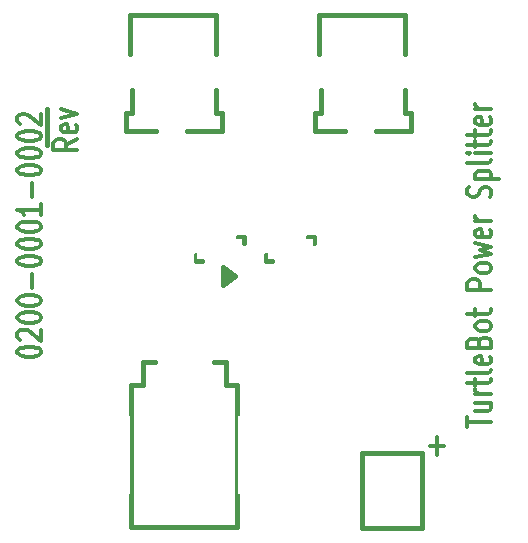
<source format=gto>
G04 (created by PCBNEW-RS274X (2011-nov-30)-testing) date Sat 17 Mar 2012 04:30:22 PM EDT*
G01*
G70*
G90*
%MOIN*%
G04 Gerber Fmt 3.4, Leading zero omitted, Abs format*
%FSLAX34Y34*%
G04 APERTURE LIST*
%ADD10C,0.006000*%
%ADD11C,0.015000*%
%ADD12C,0.012000*%
%ADD13C,0.002600*%
%ADD14C,0.002000*%
%ADD15C,0.004000*%
%ADD16C,0.005000*%
%ADD17C,0.010000*%
%ADD18R,0.067200X0.067200*%
%ADD19R,0.080000X0.080000*%
%ADD20C,0.080000*%
%ADD21R,0.149900X0.193200*%
%ADD22R,0.173500X0.264100*%
%ADD23C,0.100000*%
%ADD24C,0.180000*%
%ADD25R,0.070000X0.135000*%
%ADD26R,0.155000X0.085000*%
G04 APERTURE END LIST*
G54D10*
G54D11*
X01500Y13000D02*
X01500Y14200D01*
G54D12*
X02524Y13201D02*
X02143Y13001D01*
X02524Y12858D02*
X01724Y12858D01*
X01724Y13086D01*
X01762Y13144D01*
X01800Y13172D01*
X01876Y13201D01*
X01990Y13201D01*
X02067Y13172D01*
X02105Y13144D01*
X02143Y13086D01*
X02143Y12858D01*
X02486Y13686D02*
X02524Y13629D01*
X02524Y13515D01*
X02486Y13458D01*
X02410Y13429D01*
X02105Y13429D01*
X02029Y13458D01*
X01990Y13515D01*
X01990Y13629D01*
X02029Y13686D01*
X02105Y13715D01*
X02181Y13715D01*
X02257Y13429D01*
X01990Y13915D02*
X02524Y14058D01*
X01990Y14200D01*
X00524Y06088D02*
X00524Y06145D01*
X00562Y06202D01*
X00600Y06231D01*
X00676Y06260D01*
X00829Y06288D01*
X01019Y06288D01*
X01171Y06260D01*
X01248Y06231D01*
X01286Y06202D01*
X01324Y06145D01*
X01324Y06088D01*
X01286Y06031D01*
X01248Y06002D01*
X01171Y05974D01*
X01019Y05945D01*
X00829Y05945D01*
X00676Y05974D01*
X00600Y06002D01*
X00562Y06031D01*
X00524Y06088D01*
X00600Y06516D02*
X00562Y06545D01*
X00524Y06602D01*
X00524Y06745D01*
X00562Y06802D01*
X00600Y06831D01*
X00676Y06859D01*
X00752Y06859D01*
X00867Y06831D01*
X01324Y06488D01*
X01324Y06859D01*
X00524Y07230D02*
X00524Y07287D01*
X00562Y07344D01*
X00600Y07373D01*
X00676Y07402D01*
X00829Y07430D01*
X01019Y07430D01*
X01171Y07402D01*
X01248Y07373D01*
X01286Y07344D01*
X01324Y07287D01*
X01324Y07230D01*
X01286Y07173D01*
X01248Y07144D01*
X01171Y07116D01*
X01019Y07087D01*
X00829Y07087D01*
X00676Y07116D01*
X00600Y07144D01*
X00562Y07173D01*
X00524Y07230D01*
X00524Y07801D02*
X00524Y07858D01*
X00562Y07915D01*
X00600Y07944D01*
X00676Y07973D01*
X00829Y08001D01*
X01019Y08001D01*
X01171Y07973D01*
X01248Y07944D01*
X01286Y07915D01*
X01324Y07858D01*
X01324Y07801D01*
X01286Y07744D01*
X01248Y07715D01*
X01171Y07687D01*
X01019Y07658D01*
X00829Y07658D01*
X00676Y07687D01*
X00600Y07715D01*
X00562Y07744D01*
X00524Y07801D01*
X01019Y08258D02*
X01019Y08715D01*
X00524Y09115D02*
X00524Y09172D01*
X00562Y09229D01*
X00600Y09258D01*
X00676Y09287D01*
X00829Y09315D01*
X01019Y09315D01*
X01171Y09287D01*
X01248Y09258D01*
X01286Y09229D01*
X01324Y09172D01*
X01324Y09115D01*
X01286Y09058D01*
X01248Y09029D01*
X01171Y09001D01*
X01019Y08972D01*
X00829Y08972D01*
X00676Y09001D01*
X00600Y09029D01*
X00562Y09058D01*
X00524Y09115D01*
X00524Y09686D02*
X00524Y09743D01*
X00562Y09800D01*
X00600Y09829D01*
X00676Y09858D01*
X00829Y09886D01*
X01019Y09886D01*
X01171Y09858D01*
X01248Y09829D01*
X01286Y09800D01*
X01324Y09743D01*
X01324Y09686D01*
X01286Y09629D01*
X01248Y09600D01*
X01171Y09572D01*
X01019Y09543D01*
X00829Y09543D01*
X00676Y09572D01*
X00600Y09600D01*
X00562Y09629D01*
X00524Y09686D01*
X00524Y10257D02*
X00524Y10314D01*
X00562Y10371D01*
X00600Y10400D01*
X00676Y10429D01*
X00829Y10457D01*
X01019Y10457D01*
X01171Y10429D01*
X01248Y10400D01*
X01286Y10371D01*
X01324Y10314D01*
X01324Y10257D01*
X01286Y10200D01*
X01248Y10171D01*
X01171Y10143D01*
X01019Y10114D01*
X00829Y10114D01*
X00676Y10143D01*
X00600Y10171D01*
X00562Y10200D01*
X00524Y10257D01*
X01324Y11028D02*
X01324Y10685D01*
X01324Y10857D02*
X00524Y10857D01*
X00638Y10800D01*
X00714Y10742D01*
X00752Y10685D01*
X01019Y11285D02*
X01019Y11742D01*
X00524Y12142D02*
X00524Y12199D01*
X00562Y12256D01*
X00600Y12285D01*
X00676Y12314D01*
X00829Y12342D01*
X01019Y12342D01*
X01171Y12314D01*
X01248Y12285D01*
X01286Y12256D01*
X01324Y12199D01*
X01324Y12142D01*
X01286Y12085D01*
X01248Y12056D01*
X01171Y12028D01*
X01019Y11999D01*
X00829Y11999D01*
X00676Y12028D01*
X00600Y12056D01*
X00562Y12085D01*
X00524Y12142D01*
X00524Y12713D02*
X00524Y12770D01*
X00562Y12827D01*
X00600Y12856D01*
X00676Y12885D01*
X00829Y12913D01*
X01019Y12913D01*
X01171Y12885D01*
X01248Y12856D01*
X01286Y12827D01*
X01324Y12770D01*
X01324Y12713D01*
X01286Y12656D01*
X01248Y12627D01*
X01171Y12599D01*
X01019Y12570D01*
X00829Y12570D01*
X00676Y12599D01*
X00600Y12627D01*
X00562Y12656D01*
X00524Y12713D01*
X00524Y13284D02*
X00524Y13341D01*
X00562Y13398D01*
X00600Y13427D01*
X00676Y13456D01*
X00829Y13484D01*
X01019Y13484D01*
X01171Y13456D01*
X01248Y13427D01*
X01286Y13398D01*
X01324Y13341D01*
X01324Y13284D01*
X01286Y13227D01*
X01248Y13198D01*
X01171Y13170D01*
X01019Y13141D01*
X00829Y13141D01*
X00676Y13170D01*
X00600Y13198D01*
X00562Y13227D01*
X00524Y13284D01*
X00600Y13712D02*
X00562Y13741D01*
X00524Y13798D01*
X00524Y13941D01*
X00562Y13998D01*
X00600Y14027D01*
X00676Y14055D01*
X00752Y14055D01*
X00867Y14027D01*
X01324Y13684D01*
X01324Y14055D01*
X15524Y03615D02*
X15524Y03958D01*
X16324Y03787D02*
X15524Y03787D01*
X15790Y04415D02*
X16324Y04415D01*
X15790Y04158D02*
X16210Y04158D01*
X16286Y04186D01*
X16324Y04244D01*
X16324Y04329D01*
X16286Y04386D01*
X16248Y04415D01*
X16324Y04701D02*
X15790Y04701D01*
X15943Y04701D02*
X15867Y04729D01*
X15829Y04758D01*
X15790Y04815D01*
X15790Y04872D01*
X15790Y04986D02*
X15790Y05215D01*
X15524Y05072D02*
X16210Y05072D01*
X16286Y05100D01*
X16324Y05158D01*
X16324Y05215D01*
X16324Y05501D02*
X16286Y05443D01*
X16210Y05415D01*
X15524Y05415D01*
X16286Y05957D02*
X16324Y05900D01*
X16324Y05786D01*
X16286Y05729D01*
X16210Y05700D01*
X15905Y05700D01*
X15829Y05729D01*
X15790Y05786D01*
X15790Y05900D01*
X15829Y05957D01*
X15905Y05986D01*
X15981Y05986D01*
X16057Y05700D01*
X15905Y06443D02*
X15943Y06529D01*
X15981Y06557D01*
X16057Y06586D01*
X16171Y06586D01*
X16248Y06557D01*
X16286Y06529D01*
X16324Y06471D01*
X16324Y06243D01*
X15524Y06243D01*
X15524Y06443D01*
X15562Y06500D01*
X15600Y06529D01*
X15676Y06557D01*
X15752Y06557D01*
X15829Y06529D01*
X15867Y06500D01*
X15905Y06443D01*
X15905Y06243D01*
X16324Y06929D02*
X16286Y06871D01*
X16248Y06843D01*
X16171Y06814D01*
X15943Y06814D01*
X15867Y06843D01*
X15829Y06871D01*
X15790Y06929D01*
X15790Y07014D01*
X15829Y07071D01*
X15867Y07100D01*
X15943Y07129D01*
X16171Y07129D01*
X16248Y07100D01*
X16286Y07071D01*
X16324Y07014D01*
X16324Y06929D01*
X15790Y07300D02*
X15790Y07529D01*
X15524Y07386D02*
X16210Y07386D01*
X16286Y07414D01*
X16324Y07472D01*
X16324Y07529D01*
X16324Y08186D02*
X15524Y08186D01*
X15524Y08414D01*
X15562Y08472D01*
X15600Y08500D01*
X15676Y08529D01*
X15790Y08529D01*
X15867Y08500D01*
X15905Y08472D01*
X15943Y08414D01*
X15943Y08186D01*
X16324Y08872D02*
X16286Y08814D01*
X16248Y08786D01*
X16171Y08757D01*
X15943Y08757D01*
X15867Y08786D01*
X15829Y08814D01*
X15790Y08872D01*
X15790Y08957D01*
X15829Y09014D01*
X15867Y09043D01*
X15943Y09072D01*
X16171Y09072D01*
X16248Y09043D01*
X16286Y09014D01*
X16324Y08957D01*
X16324Y08872D01*
X15790Y09272D02*
X16324Y09386D01*
X15943Y09500D01*
X16324Y09615D01*
X15790Y09729D01*
X16286Y10186D02*
X16324Y10129D01*
X16324Y10015D01*
X16286Y09958D01*
X16210Y09929D01*
X15905Y09929D01*
X15829Y09958D01*
X15790Y10015D01*
X15790Y10129D01*
X15829Y10186D01*
X15905Y10215D01*
X15981Y10215D01*
X16057Y09929D01*
X16324Y10472D02*
X15790Y10472D01*
X15943Y10472D02*
X15867Y10500D01*
X15829Y10529D01*
X15790Y10586D01*
X15790Y10643D01*
X16286Y11271D02*
X16324Y11357D01*
X16324Y11500D01*
X16286Y11557D01*
X16248Y11586D01*
X16171Y11614D01*
X16095Y11614D01*
X16019Y11586D01*
X15981Y11557D01*
X15943Y11500D01*
X15905Y11386D01*
X15867Y11328D01*
X15829Y11300D01*
X15752Y11271D01*
X15676Y11271D01*
X15600Y11300D01*
X15562Y11328D01*
X15524Y11386D01*
X15524Y11528D01*
X15562Y11614D01*
X15790Y11871D02*
X16590Y11871D01*
X15829Y11871D02*
X15790Y11928D01*
X15790Y12042D01*
X15829Y12099D01*
X15867Y12128D01*
X15943Y12157D01*
X16171Y12157D01*
X16248Y12128D01*
X16286Y12099D01*
X16324Y12042D01*
X16324Y11928D01*
X16286Y11871D01*
X16324Y12500D02*
X16286Y12442D01*
X16210Y12414D01*
X15524Y12414D01*
X16324Y12728D02*
X15790Y12728D01*
X15524Y12728D02*
X15562Y12699D01*
X15600Y12728D01*
X15562Y12756D01*
X15524Y12728D01*
X15600Y12728D01*
X15790Y12928D02*
X15790Y13157D01*
X15524Y13014D02*
X16210Y13014D01*
X16286Y13042D01*
X16324Y13100D01*
X16324Y13157D01*
X15790Y13271D02*
X15790Y13500D01*
X15524Y13357D02*
X16210Y13357D01*
X16286Y13385D01*
X16324Y13443D01*
X16324Y13500D01*
X16286Y13928D02*
X16324Y13871D01*
X16324Y13757D01*
X16286Y13700D01*
X16210Y13671D01*
X15905Y13671D01*
X15829Y13700D01*
X15790Y13757D01*
X15790Y13871D01*
X15829Y13928D01*
X15905Y13957D01*
X15981Y13957D01*
X16057Y13671D01*
X16324Y14214D02*
X15790Y14214D01*
X15943Y14214D02*
X15867Y14242D01*
X15829Y14271D01*
X15790Y14328D01*
X15790Y14385D01*
X14272Y02981D02*
X14729Y02981D01*
X14500Y02676D02*
X14500Y03286D01*
G54D11*
X07364Y08955D02*
X07764Y08655D01*
X07764Y08655D02*
X07364Y08355D01*
X07364Y08355D02*
X07364Y08955D01*
X07364Y08955D02*
X07464Y08555D01*
X07464Y08555D02*
X07564Y08655D01*
X07564Y08655D02*
X07464Y08755D01*
X07864Y09955D02*
X08064Y09955D01*
X08064Y09955D02*
X08064Y09755D01*
X06464Y09355D02*
X06464Y09155D01*
X06464Y09155D02*
X06664Y09155D01*
G54D13*
X07460Y09437D02*
X07460Y09309D01*
X07460Y09309D02*
X07657Y09309D01*
X07657Y09437D02*
X07657Y09309D01*
X07460Y09437D02*
X07657Y09437D01*
X07460Y09682D02*
X07460Y09623D01*
X07460Y09623D02*
X07559Y09623D01*
X07559Y09682D02*
X07559Y09623D01*
X07460Y09682D02*
X07559Y09682D01*
X07460Y09487D02*
X07460Y09428D01*
X07460Y09428D02*
X07559Y09428D01*
X07559Y09487D02*
X07559Y09428D01*
X07460Y09487D02*
X07559Y09487D01*
X07460Y09633D02*
X07460Y09477D01*
X07460Y09477D02*
X07529Y09477D01*
X07529Y09633D02*
X07529Y09477D01*
X07460Y09633D02*
X07529Y09633D01*
X06871Y09437D02*
X06871Y09309D01*
X06871Y09309D02*
X07068Y09309D01*
X06871Y09437D02*
X07068Y09437D01*
X06871Y09801D02*
X06871Y09673D01*
X06871Y09673D02*
X07068Y09673D01*
X07068Y09801D02*
X07068Y09673D01*
X06969Y09487D02*
X06969Y09428D01*
X06969Y09428D02*
X07068Y09428D01*
X07068Y09487D02*
X07068Y09428D01*
X06969Y09487D02*
X07068Y09487D01*
X06969Y09682D02*
X06969Y09623D01*
X06969Y09623D02*
X07068Y09623D01*
X07068Y09682D02*
X07068Y09623D01*
X06969Y09682D02*
X07068Y09682D01*
X06999Y09633D02*
X06999Y09477D01*
X06999Y09477D02*
X07068Y09477D01*
X07068Y09633D02*
X07068Y09477D01*
X06999Y09633D02*
X07068Y09633D01*
X07460Y09791D02*
X07460Y09673D01*
X07460Y09673D02*
X07578Y09673D01*
X07578Y09791D02*
X07578Y09673D01*
X07460Y09791D02*
X07578Y09791D01*
X07628Y09801D02*
X07628Y09712D01*
X07628Y09712D02*
X07657Y09712D01*
X07657Y09801D02*
X07657Y09712D01*
X07628Y09801D02*
X07657Y09801D01*
G54D14*
X07626Y09732D02*
X07625Y09727D01*
X07623Y09722D01*
X07621Y09717D01*
X07617Y09713D01*
X07613Y09709D01*
X07608Y09707D01*
X07603Y09705D01*
X07598Y09705D01*
X07593Y09705D01*
X07588Y09707D01*
X07583Y09709D01*
X07579Y09712D01*
X07575Y09717D01*
X07573Y09721D01*
X07571Y09727D01*
X07571Y09732D01*
X07571Y09737D01*
X07572Y09742D01*
X07575Y09747D01*
X07578Y09751D01*
X07583Y09754D01*
X07587Y09757D01*
X07592Y09759D01*
X07598Y09759D01*
X07602Y09759D01*
X07608Y09758D01*
X07613Y09755D01*
X07617Y09752D01*
X07620Y09748D01*
X07623Y09743D01*
X07625Y09738D01*
X07625Y09732D01*
X07626Y09732D01*
G54D15*
X07657Y09692D02*
X07646Y09691D01*
X07634Y09689D01*
X07622Y09687D01*
X07611Y09683D01*
X07600Y09679D01*
X07589Y09673D01*
X07579Y09667D01*
X07569Y09659D01*
X07561Y09651D01*
X07553Y09643D01*
X07545Y09633D01*
X07539Y09623D01*
X07533Y09612D01*
X07529Y09601D01*
X07525Y09590D01*
X07523Y09578D01*
X07521Y09566D01*
X07520Y09555D01*
X07521Y09544D01*
X07523Y09532D01*
X07525Y09520D01*
X07529Y09509D01*
X07533Y09498D01*
X07539Y09487D01*
X07545Y09477D01*
X07553Y09467D01*
X07561Y09459D01*
X07569Y09451D01*
X07579Y09443D01*
X07589Y09437D01*
X07600Y09431D01*
X07611Y09427D01*
X07622Y09423D01*
X07634Y09421D01*
X07646Y09419D01*
X07657Y09418D01*
X06871Y09418D02*
X06882Y09419D01*
X06894Y09421D01*
X06906Y09423D01*
X06917Y09427D01*
X06928Y09431D01*
X06939Y09437D01*
X06949Y09443D01*
X06959Y09451D01*
X06967Y09459D01*
X06975Y09467D01*
X06983Y09477D01*
X06989Y09487D01*
X06995Y09498D01*
X06999Y09509D01*
X07003Y09520D01*
X07005Y09532D01*
X07007Y09544D01*
X07008Y09555D01*
X07007Y09566D01*
X07005Y09578D01*
X07003Y09590D01*
X06999Y09601D01*
X06995Y09612D01*
X06989Y09623D01*
X06983Y09633D01*
X06975Y09643D01*
X06967Y09651D01*
X06959Y09659D01*
X06949Y09667D01*
X06939Y09673D01*
X06928Y09679D01*
X06917Y09683D01*
X06906Y09687D01*
X06894Y09689D01*
X06882Y09691D01*
X06871Y09692D01*
G54D11*
X10226Y09955D02*
X10426Y09955D01*
X10426Y09955D02*
X10426Y09755D01*
X08826Y09355D02*
X08826Y09155D01*
X08826Y09155D02*
X09026Y09155D01*
G54D13*
X09822Y09437D02*
X09822Y09309D01*
X09822Y09309D02*
X10019Y09309D01*
X10019Y09437D02*
X10019Y09309D01*
X09822Y09437D02*
X10019Y09437D01*
X09822Y09682D02*
X09822Y09623D01*
X09822Y09623D02*
X09921Y09623D01*
X09921Y09682D02*
X09921Y09623D01*
X09822Y09682D02*
X09921Y09682D01*
X09822Y09487D02*
X09822Y09428D01*
X09822Y09428D02*
X09921Y09428D01*
X09921Y09487D02*
X09921Y09428D01*
X09822Y09487D02*
X09921Y09487D01*
X09822Y09633D02*
X09822Y09477D01*
X09822Y09477D02*
X09891Y09477D01*
X09891Y09633D02*
X09891Y09477D01*
X09822Y09633D02*
X09891Y09633D01*
X09233Y09437D02*
X09233Y09309D01*
X09233Y09309D02*
X09430Y09309D01*
X09233Y09437D02*
X09430Y09437D01*
X09233Y09801D02*
X09233Y09673D01*
X09233Y09673D02*
X09430Y09673D01*
X09430Y09801D02*
X09430Y09673D01*
X09233Y09801D02*
X09430Y09801D01*
X09331Y09487D02*
X09331Y09428D01*
X09331Y09428D02*
X09430Y09428D01*
X09430Y09487D02*
X09430Y09428D01*
X09331Y09487D02*
X09430Y09487D01*
X09331Y09682D02*
X09331Y09623D01*
X09331Y09623D02*
X09430Y09623D01*
X09430Y09682D02*
X09430Y09623D01*
X09331Y09682D02*
X09430Y09682D01*
X09361Y09633D02*
X09361Y09477D01*
X09361Y09477D02*
X09430Y09477D01*
X09430Y09633D02*
X09430Y09477D01*
X09361Y09633D02*
X09430Y09633D01*
X09822Y09791D02*
X09822Y09673D01*
X09822Y09673D02*
X09940Y09673D01*
X09940Y09791D02*
X09940Y09673D01*
X09822Y09791D02*
X09940Y09791D01*
X09990Y09801D02*
X09990Y09712D01*
X09990Y09712D02*
X10019Y09712D01*
X10019Y09801D02*
X10019Y09712D01*
X09990Y09801D02*
X10019Y09801D01*
G54D14*
X09988Y09732D02*
X09987Y09727D01*
X09985Y09722D01*
X09983Y09717D01*
X09979Y09713D01*
X09975Y09709D01*
X09970Y09707D01*
X09965Y09705D01*
X09960Y09705D01*
X09955Y09705D01*
X09950Y09707D01*
X09945Y09709D01*
X09941Y09712D01*
X09937Y09717D01*
X09935Y09721D01*
X09933Y09727D01*
X09933Y09732D01*
X09933Y09737D01*
X09934Y09742D01*
X09937Y09747D01*
X09940Y09751D01*
X09945Y09754D01*
X09949Y09757D01*
X09954Y09759D01*
X09960Y09759D01*
X09964Y09759D01*
X09970Y09758D01*
X09975Y09755D01*
X09979Y09752D01*
X09982Y09748D01*
X09985Y09743D01*
X09987Y09738D01*
X09987Y09732D01*
X09988Y09732D01*
G54D15*
X10019Y09692D02*
X10008Y09691D01*
X09996Y09689D01*
X09984Y09687D01*
X09973Y09683D01*
X09962Y09679D01*
X09951Y09673D01*
X09941Y09667D01*
X09931Y09659D01*
X09923Y09651D01*
X09915Y09643D01*
X09907Y09633D01*
X09901Y09623D01*
X09895Y09612D01*
X09891Y09601D01*
X09887Y09590D01*
X09885Y09578D01*
X09883Y09566D01*
X09882Y09555D01*
X09883Y09544D01*
X09885Y09532D01*
X09887Y09520D01*
X09891Y09509D01*
X09895Y09498D01*
X09901Y09487D01*
X09907Y09477D01*
X09915Y09467D01*
X09923Y09459D01*
X09931Y09451D01*
X09941Y09443D01*
X09951Y09437D01*
X09962Y09431D01*
X09973Y09427D01*
X09984Y09423D01*
X09996Y09421D01*
X10008Y09419D01*
X10019Y09418D01*
X09233Y09418D02*
X09244Y09419D01*
X09256Y09421D01*
X09268Y09423D01*
X09279Y09427D01*
X09290Y09431D01*
X09301Y09437D01*
X09311Y09443D01*
X09321Y09451D01*
X09329Y09459D01*
X09337Y09467D01*
X09345Y09477D01*
X09351Y09487D01*
X09357Y09498D01*
X09361Y09509D01*
X09365Y09520D01*
X09367Y09532D01*
X09369Y09544D01*
X09370Y09555D01*
X09369Y09566D01*
X09367Y09578D01*
X09365Y09590D01*
X09361Y09601D01*
X09357Y09612D01*
X09351Y09623D01*
X09345Y09633D01*
X09337Y09643D01*
X09329Y09651D01*
X09321Y09659D01*
X09311Y09667D01*
X09301Y09673D01*
X09290Y09679D01*
X09279Y09683D01*
X09268Y09687D01*
X09256Y09689D01*
X09244Y09691D01*
X09233Y09692D01*
G54D11*
X12000Y00250D02*
X14000Y00250D01*
X14000Y00250D02*
X14000Y02750D01*
X14000Y02750D02*
X12000Y02750D01*
X12000Y02750D02*
X12000Y00250D01*
X12000Y00250D02*
X13250Y00250D01*
G54D10*
X12000Y01000D02*
X12000Y02000D01*
X14000Y02000D02*
X14000Y01000D01*
G54D11*
X07461Y04997D02*
X07855Y04997D01*
X07855Y04997D02*
X07855Y00272D01*
X04311Y00272D02*
X04311Y04997D01*
X04311Y04997D02*
X04705Y04997D01*
X05099Y05784D02*
X04705Y05784D01*
X04705Y05784D02*
X04705Y04997D01*
X07461Y04997D02*
X07461Y05784D01*
X07461Y05784D02*
X07067Y05784D01*
X04311Y00272D02*
X07855Y00272D01*
X12488Y13479D02*
X13638Y13479D01*
X13638Y13479D02*
X13638Y14079D01*
X13638Y14079D02*
X13438Y14079D01*
X13438Y14079D02*
X13438Y14829D01*
X10638Y14079D02*
X10638Y14829D01*
X10638Y14079D02*
X10438Y14079D01*
X10438Y14079D02*
X10438Y13479D01*
X10438Y13479D02*
X11438Y13479D01*
X10588Y16029D02*
X10588Y17329D01*
X10588Y17329D02*
X13438Y17329D01*
X13438Y17329D02*
X13438Y16029D01*
X06189Y13479D02*
X07339Y13479D01*
X07339Y13479D02*
X07339Y14079D01*
X07339Y14079D02*
X07139Y14079D01*
X07139Y14079D02*
X07139Y14829D01*
X04339Y14079D02*
X04339Y14829D01*
X04339Y14079D02*
X04139Y14079D01*
X04139Y14079D02*
X04139Y13479D01*
X04139Y13479D02*
X05139Y13479D01*
X04289Y16029D02*
X04289Y17329D01*
X04289Y17329D02*
X07139Y17329D01*
X07139Y17329D02*
X07139Y16029D01*
G54D10*
X12230Y01770D02*
X12230Y01230D01*
X12770Y01230D01*
X12770Y01770D01*
X12230Y01770D01*
X13770Y01500D02*
X13764Y01448D01*
X13749Y01398D01*
X13724Y01351D01*
X13691Y01310D01*
X13650Y01277D01*
X13604Y01252D01*
X13554Y01236D01*
X13501Y01231D01*
X13450Y01235D01*
X13399Y01250D01*
X13353Y01275D01*
X13312Y01308D01*
X13278Y01348D01*
X13252Y01394D01*
X13236Y01444D01*
X13231Y01497D01*
X13235Y01548D01*
X13249Y01599D01*
X13274Y01646D01*
X13306Y01687D01*
X13346Y01721D01*
X13392Y01747D01*
X13443Y01763D01*
X13495Y01769D01*
X13546Y01765D01*
X13597Y01751D01*
X13644Y01727D01*
X13686Y01695D01*
X13720Y01655D01*
X13746Y01609D01*
X13763Y01559D01*
X13769Y01507D01*
X13770Y01500D01*
X06453Y01453D02*
X06445Y01382D01*
X06425Y01313D01*
X06391Y01249D01*
X06345Y01193D01*
X06289Y01147D01*
X06226Y01112D01*
X06157Y01091D01*
X06085Y01084D01*
X06014Y01090D01*
X05945Y01110D01*
X05881Y01144D01*
X05825Y01189D01*
X05778Y01244D01*
X05743Y01308D01*
X05722Y01377D01*
X05714Y01448D01*
X05720Y01519D01*
X05739Y01589D01*
X05772Y01653D01*
X05817Y01710D01*
X05872Y01756D01*
X05935Y01792D01*
X06004Y01814D01*
X06076Y01822D01*
X06147Y01817D01*
X06216Y01797D01*
X06281Y01765D01*
X06338Y01720D01*
X06385Y01666D01*
X06421Y01603D01*
X06443Y01534D01*
X06452Y01463D01*
X06453Y01453D01*
X01932Y16020D02*
X01917Y15871D01*
X01873Y15727D01*
X01803Y15594D01*
X01708Y15478D01*
X01592Y15382D01*
X01460Y15311D01*
X01316Y15266D01*
X01167Y15251D01*
X01018Y15264D01*
X00874Y15307D01*
X00741Y15376D01*
X00624Y15470D01*
X00527Y15585D01*
X00455Y15717D01*
X00409Y15860D01*
X00393Y16010D01*
X00405Y16158D01*
X00447Y16303D01*
X00515Y16437D01*
X00609Y16554D01*
X00723Y16652D01*
X00854Y16725D01*
X00997Y16772D01*
X01146Y16789D01*
X01295Y16778D01*
X01440Y16737D01*
X01574Y16670D01*
X01693Y16577D01*
X01791Y16463D01*
X01865Y16333D01*
X01912Y16190D01*
X01931Y16041D01*
X01932Y16020D01*
X17089Y16020D02*
X17074Y15871D01*
X17030Y15727D01*
X16960Y15594D01*
X16865Y15478D01*
X16749Y15382D01*
X16617Y15311D01*
X16473Y15266D01*
X16324Y15251D01*
X16175Y15264D01*
X16031Y15307D01*
X15898Y15376D01*
X15781Y15470D01*
X15684Y15585D01*
X15612Y15717D01*
X15566Y15860D01*
X15550Y16010D01*
X15562Y16158D01*
X15604Y16303D01*
X15672Y16437D01*
X15766Y16554D01*
X15880Y16652D01*
X16011Y16725D01*
X16154Y16772D01*
X16303Y16789D01*
X16452Y16778D01*
X16597Y16737D01*
X16731Y16670D01*
X16850Y16577D01*
X16948Y16463D01*
X17022Y16333D01*
X17069Y16190D01*
X17088Y16041D01*
X17089Y16020D01*
X17050Y01274D02*
X17035Y01125D01*
X16991Y00981D01*
X16921Y00848D01*
X16826Y00732D01*
X16710Y00636D01*
X16578Y00565D01*
X16434Y00520D01*
X16285Y00505D01*
X16136Y00518D01*
X15992Y00561D01*
X15859Y00630D01*
X15742Y00724D01*
X15645Y00839D01*
X15573Y00971D01*
X15527Y01114D01*
X15511Y01264D01*
X15523Y01412D01*
X15565Y01557D01*
X15633Y01691D01*
X15727Y01808D01*
X15841Y01906D01*
X15972Y01979D01*
X16115Y02026D01*
X16264Y02043D01*
X16413Y02032D01*
X16558Y01991D01*
X16692Y01924D01*
X16811Y01831D01*
X16909Y01717D01*
X16983Y01587D01*
X17030Y01444D01*
X17049Y01295D01*
X17050Y01274D01*
X01932Y01256D02*
X01917Y01107D01*
X01873Y00963D01*
X01803Y00830D01*
X01708Y00714D01*
X01592Y00618D01*
X01460Y00547D01*
X01316Y00502D01*
X01167Y00487D01*
X01018Y00500D01*
X00874Y00543D01*
X00741Y00612D01*
X00624Y00706D01*
X00527Y00821D01*
X00455Y00953D01*
X00409Y01096D01*
X00393Y01246D01*
X00405Y01394D01*
X00447Y01539D01*
X00515Y01673D01*
X00609Y01790D01*
X00723Y01888D01*
X00854Y01961D01*
X00997Y02008D01*
X01146Y02025D01*
X01295Y02014D01*
X01440Y01973D01*
X01574Y01906D01*
X01693Y01813D01*
X01791Y01699D01*
X01865Y01569D01*
X01912Y01426D01*
X01931Y01277D01*
X01932Y01256D01*
G54D16*
G54D12*
G54D10*
G54D12*
G54D17*
G54D16*
G54D12*
G54D16*
G54D12*
%LPC*%
G54D18*
X06851Y09555D03*
X07677Y09555D03*
X09213Y09555D03*
X10039Y09555D03*
G54D19*
X12500Y01500D03*
G54D20*
X13500Y01500D03*
G54D21*
X06083Y06374D03*
G54D22*
X03406Y02674D03*
X08760Y02674D03*
G54D23*
X06083Y01453D03*
G54D24*
X01162Y16020D03*
X16319Y16020D03*
X16280Y01274D03*
X01162Y01256D03*
G54D25*
X11988Y13279D03*
X11988Y11479D03*
G54D26*
X10538Y15429D03*
X13438Y15429D03*
G54D25*
X05689Y13279D03*
X05689Y11479D03*
G54D26*
X04239Y15429D03*
X07139Y15429D03*
M02*

</source>
